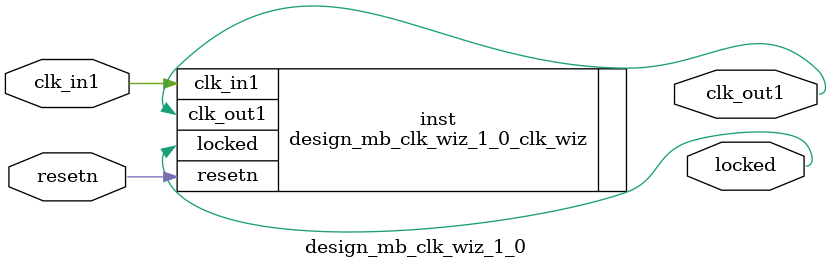
<source format=v>


`timescale 1ps/1ps

(* CORE_GENERATION_INFO = "design_mb_clk_wiz_1_0,clk_wiz_v5_4_3_0,{component_name=design_mb_clk_wiz_1_0,use_phase_alignment=true,use_min_o_jitter=false,use_max_i_jitter=false,use_dyn_phase_shift=false,use_inclk_switchover=false,use_dyn_reconfig=false,enable_axi=0,feedback_source=FDBK_AUTO,PRIMITIVE=MMCM,num_out_clk=1,clkin1_period=10.000,clkin2_period=10.000,use_power_down=false,use_reset=true,use_locked=true,use_inclk_stopped=false,feedback_type=SINGLE,CLOCK_MGR_TYPE=NA,manual_override=false}" *)

module design_mb_clk_wiz_1_0 
 (
  // Clock out ports
  output        clk_out1,
  // Status and control signals
  input         resetn,
  output        locked,
 // Clock in ports
  input         clk_in1
 );

  design_mb_clk_wiz_1_0_clk_wiz inst
  (
  // Clock out ports  
  .clk_out1(clk_out1),
  // Status and control signals               
  .resetn(resetn), 
  .locked(locked),
 // Clock in ports
  .clk_in1(clk_in1)
  );

endmodule

</source>
